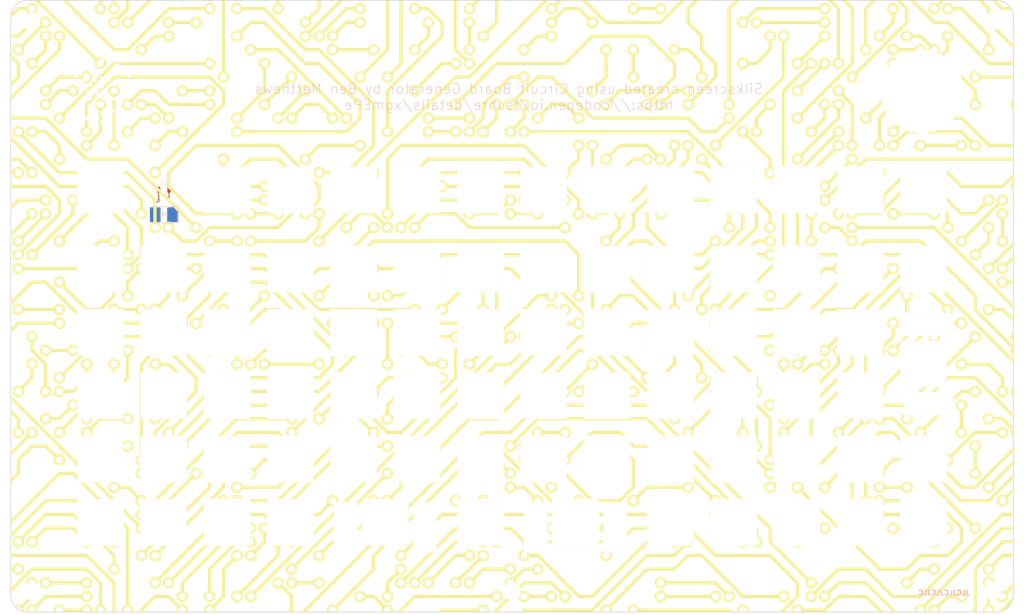
<source format=kicad_pcb>
(kicad_pcb (version 20211014) (generator pcbnew)
  (layers (0 "F.Cu" signal) (31 "B.Cu" signal) (34 "B.Paste" user) (35 "F.Paste" user) (36 "B.SilkS" user "B.Silkscreen") (37 "F.SilkS" user "F.Silkscreen") (38 "B.Mask" user) (39 "F.Mask" user) (44 "Edge.Cuts" user))
  (net 0 "")
  (net 1 "Net-(D1-Pad2)")
  (net 2 "Net-(D1-Pad1)")
  (footprint "LED_SMD:LED_1206_3216Metric_ReverseMount_Hole1.8x2.4mm" (layer "F.Cu") (at 33.575 -114.5375))
  (footprint "MountingHole:MountingHole_5.3mm_M5" (layer "F.Cu") (at -6.251389 -165.3115))
  (footprint "MountingHole:MountingHole_5.3mm_M5" (layer "F.Cu") (at 138.3489 -165.3115))
  (footprint "MountingHole:MountingHole_5.3mm_M5" (layer "F.Cu") (at 282.9509 -165.3115))
  (footprint "MountingHole:MountingHole_5.3mm_M5" (layer "F.Cu") (at 282.9509 6.251589))
  (footprint "MountingHole:MountingHole_5.3mm_M5" (layer "F.Cu") (at 138.3489 6.251589))
  (footprint "MountingHole:MountingHole_5.3mm_M5" (layer "F.Cu") (at -6.251389 6.251589))
  (footprint "plate:MountingHole_1.2mm_M1" (layer "F.Cu") (at 10.35 -152.116536))
  (footprint "plate:MountingHole_1.2mm_M1" (layer "F.Cu") (at 15 -153.3625))
  (footprint "plate:MountingHole_1.2mm_M1" (layer "F.Cu") (at 19.65 -152.116536))
  (footprint "plate:MountingHole_1.2mm_M1" (layer "F.Cu") (at 23.054036 -148.7125))
  (footprint "plate:MountingHole_1.2mm_M1" (layer "F.Cu") (at 15 -144.0625))
  (footprint "plate:MountingHole_1.2mm_M1" (layer "F.Cu") (at 18.35 -149.86487))
  (footprint "plate:MountingHole_1.2mm_M1" (layer "F.Cu") (at 15 -142.5625))
  (footprint "plate:MountingHole_1.2mm_M1" (layer "F.Cu") (at 9.197629 -147.4125))
  (footprint "plate:MountingHole_1.2mm_M1" (layer "F.Cu") (at 16.299038 -143.3125))
  (footprint "plate:MountingHole_1.2mm_M1" (layer "F.Cu") (at 16.299038 -144.8125))
  (footprint "plate:MountingHole_1.2mm_M1" (layer "F.Cu") (at 17.05 -147.613204))
  (footprint "plate:MountingHole_1.2mm_M1" (layer "F.Cu") (at 18.550704 -146.1125))
  (footprint "plate:MountingHole_1.2mm_M1" (layer "F.Cu") (at 20.80237 -147.4125))
  (footprint "plate:MountingHole_1.2mm_M1" (layer "F.Cu") (at 15 -145.5625))
  (footprint "plate:MountingHole_1.2mm_M1" (layer "F.Cu") (at 15 -148.1625))
  (footprint "plate:MountingHole_1.2mm_M1" (layer "F.Cu") (at 11.65 -149.86487))
  (footprint "plate:MountingHole_1.2mm_M1" (layer "F.Cu") (at 15 -150.7625))
  (footprint "plate:MountingHole_1.2mm_M1" (layer "F.Cu") (at 12.95 -147.613204))
  (footprint "plate:MountingHole_1.2mm_M1" (layer "F.Cu") (at 8.3 -144.0625))
  (footprint "plate:MountingHole_1.2mm_M1" (layer "F.Cu") (at 11.449295 -142.0125))
  (footprint "plate:MountingHole_1.2mm_M1" (layer "F.Cu") (at 11.65 -138.260129))
  (footprint "plate:MountingHole_1.2mm_M1" (layer "F.Cu") (at 13.700961 -144.8125))
  (footprint "plate:MountingHole_1.2mm_M1" (layer "F.Cu") (at 5.7 -144.0625))
  (footprint "plate:MountingHole_1.2mm_M1" (layer "F.Cu") (at 6.945963 -139.4125))
  (footprint "plate:MountingHole_1.2mm_M1" (layer "F.Cu") (at 10.35 -136.008463))
  (footprint "plate:MountingHole_1.2mm_M1" (layer "F.Cu") (at 15 -137.3625))
  (footprint "plate:MountingHole_1.2mm_M1" (layer "F.Cu") (at 17.05 -140.511795))
  (footprint "plate:MountingHole_1.2mm_M1" (layer "F.Cu") (at 13.700961 -143.3125))
  (footprint "plate:MountingHole_1.2mm_M1" (layer "F.Cu") (at 12.95 -140.511795))
  (footprint "plate:MountingHole_1.2mm_M1" (layer "F.Cu") (at 20.80237 -140.7125))
  (footprint "plate:MountingHole_1.2mm_M1" (layer "F.Cu") (at 15 -134.7625))
  (footprint "plate:MountingHole_1.2mm_M1" (layer "F.Cu") (at 6.945963 -148.7125))
  (footprint "plate:MountingHole_1.2mm_M1" (layer "F.Cu") (at 15 -139.9625))
  (footprint "plate:MountingHole_1.2mm_M1" (layer "F.Cu") (at 9.197629 -140.7125))
  (footprint "plate:MountingHole_1.2mm_M1" (layer "F.Cu") (at 10.9 -144.0625))
  (footprint "plate:MountingHole_1.2mm_M1" (layer "F.Cu") (at 11.449295 -146.1125))
  (footprint "plate:MountingHole_1.2mm_M1" (layer "F.Cu") (at 24.3 -144.0625))
  (footprint "plate:MountingHole_1.2mm_M1" (layer "F.Cu") (at 19.65 -136.008463))
  (footprint "plate:MountingHole_1.2mm_M1" (layer "F.Cu") (at 18.35 -138.260129))
  (footprint "plate:MountingHole_1.2mm_M1" (layer "F.Cu") (at 21.7 -144.0625))
  (footprint "plate:MountingHole_1.2mm_M1" (layer "F.Cu") (at 23.054036 -139.4125))
  (footprint "plate:MountingHole_1.2mm_M1" (layer "F.Cu") (at 18.550704 -142.0125))
  (footprint "plate:MountingHole_1.2mm_M1" (layer "F.Cu") (at 19.1 -144.0625))
  (footprint "plate:Hole_25mm" (layer "F.Cu") (at 261.7 -144.0625))
  (footprint "acheron_MX_PlateSlots:MX100" (layer "F.Cu") (at 14.525 -114.5375))
  (footprint "acheron_MX_PlateSlots:MX100" (layer "F.Cu") (at 52.625 -114.5375))
  (footprint "acheron_MX_PlateSlots:MX100" (layer "F.Cu") (at 71.675 -114.5375))
  (footprint "acheron_MX_PlateSlots:MX100" (layer "F.Cu") (at 90.725 -114.5375))
  (footprint "acheron_MX_PlateSlots:MX100" (layer "F.Cu") (at 109.775 -114.5375))
  (footprint "acheron_MX_PlateSlots:MX100" (layer "F.Cu") (at 128.824999 -114.5375))
  (footprint "acheron_MX_PlateSlots:MX100" (layer "F.Cu") (at 147.875 -114.5375))
  (footprint "acheron_MX_PlateSlots:MX100" (layer "F.Cu") (at 166.925 -114.5375))
  (footprint "acheron_MX_PlateSlots:MX100" (layer "F.Cu") (at 185.975 -114.5375))
  (footprint "acheron_MX_PlateSlots:MX100" (layer "F.Cu") (at 205.025 -114.5375))
  (footprint "acheron_MX_PlateSlots:MX100" (layer "F.Cu") (at 224.075 -114.5375))
  (footprint "acheron_MX_PlateSlots:MX100" (layer "F.Cu") (at 243.125 -114.5375))
  (footprint "acheron_MX_PlateSlots:MX100" (layer "F.Cu") (at 262.175 -114.5375))
  (footprint "acheron_MX_PlateSlots:MX100" (layer "F.Cu") (at 14.525 -90.725))
  (footprint "acheron_MX_PlateSlots:MX100" (layer "F.Cu") (at 33.575 -90.725))
  (footprint "acheron_MX_PlateSlots:MX100" (layer "F.Cu") (at 52.625 -90.725))
  (footprint "acheron_MX_PlateSlots:MX100" (layer "F.Cu") (at 71.675 -90.725))
  (footprint "acheron_MX_PlateSlots:MX100" (layer "F.Cu") (at 90.725 -90.725))
  (footprint "acheron_MX_PlateSlots:MX100" (layer "F.Cu") (at 109.775 -90.725))
  (footprint "acheron_MX_PlateSlots:MX100" (layer "F.Cu") (at 128.824999 -90.725))
  (footprint "acheron_MX_PlateSlots:MX100" (layer "F.Cu") (at 147.875 -90.725))
  (footprint "acheron_MX_PlateSlots:MX100" (layer "F.Cu") (at 166.925 -90.725))
  (footprint "acheron_MX_PlateSlots:MX100" (layer "F.Cu") (at 185.975 -90.725))
  (footprint "acheron_MX_PlateSlots:MX100" (layer "F.Cu") (at 205.025 -90.725))
  (footprint "acheron_MX_PlateSlots:MX100" (layer "F.Cu") (at 224.075 -90.725))
  (footprint "acheron_MX_PlateSlots:MX100" (layer "F.Cu") (at 243.125 -90.725))
  (footprint "acheron_MX_PlateSlots:MX100" (layer "F.Cu") (at 262.175 -90.725))
  (footprint "acheron_MX_PlateSlots:MX100" (layer "F.Cu") (at 14.525 -71.675))
  (footprint "acheron_MX_PlateSlots:MX100" (layer "F.Cu") (at 33.575 -71.675))
  (footprint "acheron_MX_PlateSlots:MX100" (layer "F.Cu") (at 52.625 -71.675))
  (footprint "acheron_MX_PlateSlots:MX100" (layer "F.Cu") (at 71.675 -71.675))
  (footprint "acheron_MX_PlateSlots:MX100" (layer "F.Cu") (at 90.725 -71.675))
  (footprint "acheron_MX_PlateSlots:MX100" (layer "F.Cu") (at 109.775 -71.675))
  (footprint "acheron_MX_PlateSlots:MX100" (layer "F.Cu") (at 128.824999 -71.675))
  (footprint "acheron_MX_PlateSlots:MX100" (layer "F.Cu") (at 147.875 -71.675))
  (footprint "acheron_MX_PlateSlots:MX100" (layer "F.Cu") (at 166.925 -71.675))
  (footprint "acheron_MX_PlateSlots:MX100" (layer "F.Cu") (at 185.975 -71.675))
  (footprint "acheron_MX_PlateSlots:MX100" (layer "F.Cu") (at 205.025 -71.675))
  (footprint "acheron_MX_PlateSlots:MX100" (layer "F.Cu") (at 224.075 -71.675))
  (footprint "acheron_MX_PlateSlots:MX100" (layer "F.Cu") (at 243.125 -71.675))
  (footprint "acheron_MX_PlateSlots:MX100" (layer "F.Cu") (at 14.525 -52.625))
  (footprint "acheron_MX_PlateSlots:MX100" (layer "F.Cu") (at 33.575 -52.625))
  (footprint "acheron_MX_PlateSlots:MX100" (layer "F.Cu") (at 52.625 -52.625))
  (footprint "acheron_MX_PlateSlots:MX100" (layer "F.Cu") (at 71.675 -52.625))
  (footprint "acheron_MX_PlateSlots:MX100" (layer "F.Cu") (at 90.725 -52.625))
  (footprint "acheron_MX_PlateSlots:MX100" (layer "F.Cu") (at 109.775 -52.625))
  (footprint "acheron_MX_PlateSlots:MX100" (layer "F.Cu") (at 128.824999 -52.625))
  (footprint "acheron_MX_PlateSlots:MX100" (layer "F.Cu") (at 147.875 -52.625))
  (footprint "acheron_MX_PlateSlots:MX100" (layer "F.Cu") (at 166.925 -52.625))
  (footprint "acheron_MX_PlateSlots:MX100" (layer "F.Cu") (at 185.975 -52.625))
  (footprint "acheron_MX_PlateSlots:MX100" (layer "F.Cu") (at 205.025 -52.625))
  (footprint "acheron_MX_PlateSlots:MX100" (layer "F.Cu") (at 224.075 -52.625))
  (footprint "acheron_MX_PlateSlots:MX100" (layer "F.Cu") (at 243.125 -52.625))
  (footprint "acheron_MX_PlateSlots:MX100" (layer "F.Cu") (at 14.525 -33.575))
  (footprint "acheron_MX_PlateSlots:MX100" (layer "F.Cu") (at 33.575 -33.575))
  (footprint "acheron_MX_PlateSlots:MX100" (layer "F.Cu") (at 52.625 -33.575))
  (footprint "acheron_MX_PlateSlots:MX100" (layer "F.Cu") (at 71.675 -33.575))
  (footprint "acheron_MX_PlateSlots:MX100" (layer "F.Cu") (at 90.725 -33.575))
  (footprint "acheron_MX_PlateSlots:MX100" (layer "F.Cu") (at 109.775 -33.575))
  (footprint "acheron_MX_PlateSlots:MX100" (layer "F.Cu") (at 128.824999 -33.575))
  (footprint "acheron_MX_PlateSlots:MX100" (layer "F.Cu") (at 147.875 -33.575))
  (footprint "acheron_MX_PlateSlots:MX100" (layer "F.Cu") (at 166.925 -33.575))
  (footprint "acheron_MX_PlateSlots:MX100" (layer "F.Cu") (at 185.975 -33.575))
  (footprint "acheron_MX_PlateSlots:MX100" (layer "F.Cu") (at 205.025 -33.575))
  (footprint "acheron_MX_PlateSlots:MX100" (layer "F.Cu") (at 224.075 -33.575))
  (footprint "acheron_MX_PlateSlots:MX100" (layer "F.Cu") (at 243.125 -33.575))
  (footprint "acheron_MX_PlateSlots:MX100" (layer "F.Cu") (at 262.175 -33.575))
  (footprint "acheron_MX_PlateSlots:MX100" (layer "F.Cu") (at 14.525 -14.525))
  (footprint "acheron_MX_PlateSlots:MX100" (layer "F.Cu") (at 33.575 -14.525))
  (footprint "acheron_MX_PlateSlots:MX100" (layer "F.Cu") (at 52.625 -14.525))
  (footprint "acheron_MX_PlateSlots:MX100" (layer "F.Cu") (at 71.675 -14.525))
  (footprint "acheron_MX_PlateSlots:MX100" (layer "F.Cu") (at 128.824999 -14.525))
  (footprint "acheron_MX_PlateSlots:MX100" (layer "F.Cu") (at 185.975 -14.525))
  (footprint "acheron_MX_PlateSlots:MX100" (layer "F.Cu") (at 205.025 -14.525))
  (footprint "acheron_MX_PlateSlots:MX100" (layer "F.Cu") (at 224.075 -14.525))
  (footprint "acheron_MX_PlateSlots:MX100" (layer "F.Cu") (at 243.125 -14.525))
  (footprint "acheron_MX_PlateSlots:MX100" (layer "F.Cu") (at 262.175 -14.525))
  (footprint "plate:MX200_Modifed" (layer "F.Cu") (at 100.25 -14.525))
  (footprint "LOGO" (layer "F.Cu") (at 138.3234 -79.516021))
  (footprint "plate:MX200_Modifed" (layer "F.Cu") (at 157.4 -14.525))
  (footprint "plate:MX200_Modifed" (layer "F.Cu") (at 262.175 -62.15 90))
  (footprint "LED_SMD:LED_2816_7142Metric_Pad3.20x4.45mm_HandSolder" (layer "B.Cu") (at 33.575 -107.0445 180))
  (gr_line (start 289.1999 7.501479) (end 289.201903 -166.5615) (layer "Edge.Cuts") (width 0.2))
  (gr_arc (start -7.50012 12.50099) (mid -11.035308 11.036667) (end -12.499631 7.501479) (layer "Edge.Cuts") (width 0.2))
  (gr_arc (start -12.501015 -166.5615) (mid -11.036286 -170.097666) (end -7.50012 -171.562395) (layer "Edge.Cuts") (width 0.2))
  (gr_line (start -7.50012 -171.562395) (end 284.2009 -171.5625) (layer "Edge.Cuts") (width 0.2))
  (gr_arc (start 289.1999 7.501479) (mid 287.735727 11.036306) (end 284.2009 12.500479) (layer "Edge.Cuts") (width 0.2))
  (gr_line (start -7.50012 12.50099) (end 284.2009 12.500479) (layer "Edge.Cuts") (width 0.2))
  (gr_arc (start 284.2009 -171.5625) (mid 287.737142 -170.097741) (end 289.201903 -166.5615) (layer "Edge.Cuts") (width 0.2))
  (gr_line (start -12.499631 7.501479) (end -12.501015 -166.5615) (layer "Edge.Cuts") (width 0.2))
  (gr_text "Silkscreen created using Circuit Board Generator by Ben Matthews\nhttps://codepen.io/tsuhre/details/xgmEPe" (at 137.35715 -142.517271) (layer "B.SilkS") (effects (font (size 3 3)) (justify mirror)))
  (gr_text "JLCJLCJLCJLC" (at 268.3259 6.707729) (layer "B.SilkS") (effects (font (size 1.5 1.5) (thickness 0.3)) (justify mirror)))
  (segment (start 35.125 -111.464421) (end 35.1234 -111.466021) (width 0.25) (layer "F.Cu") (net 1))
  (segment (start 35.125 -114.5375) (end 35.125 -111.4635) (width 0.25) (layer "F.Cu") (net 1))
  (segment (start 35.125 -111.4635) (end 35.125 -111.464421) (width 0.25) (layer "F.Cu") (net 1))
  (via (at 35.1234 -111.466021) (size 0.8) (drill 0.4) (layers "F.Cu" "B.Cu") (net 1))
  (segment (start 36.242 -110.3465) (end 36.242 -107.0445) (width 0.25) (layer "B.Cu") (net 1))
  (segment (start 35.1234 -111.4651) (end 36.242 -110.3465) (width 0.25) (layer "B.Cu") (net 1))
  (segment (start 35.1234 -111.466021) (end 35.1234 -111.4651) (width 0.25) (layer "B.Cu") (net 1))
  (segment (start 32.025 -114.5375) (end 32.025 -111.3365) (width 0.25) (layer "F.Cu") (net 2))
  (via (at 32.025 -111.3365) (size 0.8) (drill 0.4) (layers "F.Cu" "B.Cu") (net 2))
  (segment (start 31.035 -110.3465) (end 31.035 -107.0445) (width 0.25) (layer "B.Cu") (net 2))
  (segment (start 32.025 -111.3365) (end 31.035 -110.3465) (width 0.25) (layer "B.Cu") (net 2))
)
</source>
